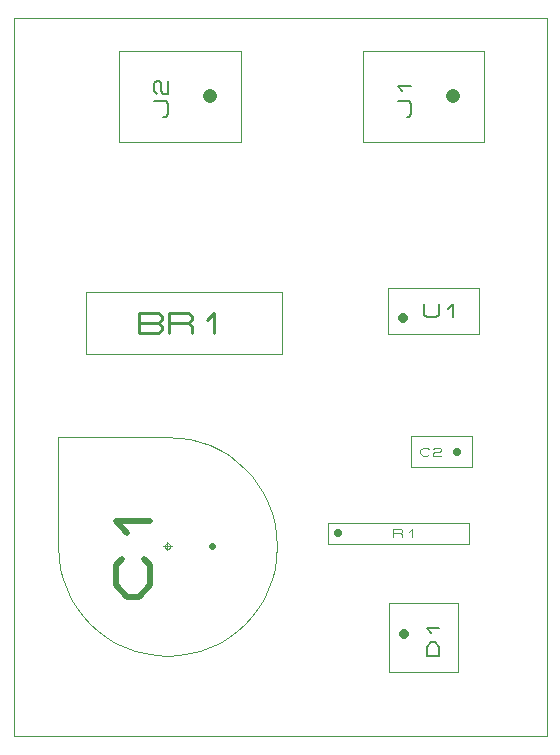
<source format=gbr>
G04 PROTEUS GERBER X2 FILE*
%TF.GenerationSoftware,Labcenter,Proteus,8.17-SP2-Build37159*%
%TF.CreationDate,2024-06-19T10:01:46+00:00*%
%TF.FileFunction,AssemblyDrawing,Top*%
%TF.FilePolarity,Positive*%
%TF.Part,Single*%
%TF.SameCoordinates,{53f4b883-0e9e-4027-bc31-63d81b4ca661}*%
%FSLAX45Y45*%
%MOMM*%
G01*
%TA.AperFunction,Profile*%
%ADD16C,0.101600*%
%TA.AperFunction,Material*%
%ADD18C,0.101600*%
%ADD25C,1.219200*%
%ADD26C,0.195070*%
%ADD27C,0.284480*%
%ADD28C,0.050000*%
%ADD29C,0.632000*%
%ADD72C,0.480710*%
%ADD73C,0.812800*%
%ADD30C,0.179490*%
%ADD31C,0.711200*%
%ADD32C,0.113450*%
%ADD33C,0.117340*%
%ADD34C,0.171190*%
%TD.AperFunction*%
D16*
X-8030000Y-2450000D02*
X-3520000Y-2450000D01*
X-3520000Y+3630000D01*
X-8030000Y+3630000D01*
X-8030000Y-2450000D01*
D18*
X-7137080Y+2583920D02*
X-6110920Y+2583920D01*
X-6110920Y+3356080D01*
X-7137080Y+3356080D01*
X-7137080Y+2583920D01*
D25*
X-6370000Y+2970000D02*
X-6370000Y+2970000D01*
D26*
X-6764512Y+2794436D02*
X-6745005Y+2794436D01*
X-6725498Y+2816381D01*
X-6725498Y+2904163D01*
X-6745005Y+2926109D01*
X-6842541Y+2926109D01*
X-6823034Y+2991945D02*
X-6842541Y+3013891D01*
X-6842541Y+3079727D01*
X-6823034Y+3101673D01*
X-6803527Y+3101673D01*
X-6784020Y+3079727D01*
X-6784020Y+3013891D01*
X-6764512Y+2991945D01*
X-6725498Y+2991945D01*
X-6725498Y+3101673D01*
D18*
X-7419080Y+790920D02*
X-5757920Y+790920D01*
X-5757920Y+1309080D01*
X-7419080Y+1309080D01*
X-7419080Y+790920D01*
D27*
X-6972548Y+964656D02*
X-6972548Y+1135344D01*
X-6812528Y+1135344D01*
X-6780524Y+1106896D01*
X-6780524Y+1078448D01*
X-6812528Y+1050000D01*
X-6780524Y+1021552D01*
X-6780524Y+993104D01*
X-6812528Y+964656D01*
X-6972548Y+964656D01*
X-6972548Y+1050000D02*
X-6812528Y+1050000D01*
X-6716516Y+964656D02*
X-6716516Y+1135344D01*
X-6556496Y+1135344D01*
X-6524492Y+1106896D01*
X-6524492Y+1078448D01*
X-6556496Y+1050000D01*
X-6716516Y+1050000D01*
X-6556496Y+1050000D02*
X-6524492Y+1021552D01*
X-6524492Y+964656D01*
X-6396476Y+1078448D02*
X-6332468Y+1135344D01*
X-6332468Y+964656D01*
D28*
X-6705000Y-840000D02*
X-6705086Y-837924D01*
X-6705788Y-833771D01*
X-6707258Y-829618D01*
X-6709660Y-825465D01*
X-6713333Y-821366D01*
X-6717486Y-818357D01*
X-6721639Y-816440D01*
X-6725792Y-815357D01*
X-6729945Y-815000D01*
X-6730000Y-815000D01*
X-6755000Y-840000D02*
X-6754914Y-837924D01*
X-6754212Y-833771D01*
X-6752742Y-829618D01*
X-6750340Y-825465D01*
X-6746667Y-821366D01*
X-6742514Y-818357D01*
X-6738361Y-816440D01*
X-6734208Y-815357D01*
X-6730055Y-815000D01*
X-6730000Y-815000D01*
X-6755000Y-840000D02*
X-6754914Y-842076D01*
X-6754212Y-846229D01*
X-6752742Y-850382D01*
X-6750340Y-854535D01*
X-6746667Y-858634D01*
X-6742514Y-861643D01*
X-6738361Y-863560D01*
X-6734208Y-864643D01*
X-6730055Y-865000D01*
X-6730000Y-865000D01*
X-6705000Y-840000D02*
X-6705086Y-842076D01*
X-6705788Y-846229D01*
X-6707258Y-850382D01*
X-6709660Y-854535D01*
X-6713333Y-858634D01*
X-6717486Y-861643D01*
X-6721639Y-863560D01*
X-6725792Y-864643D01*
X-6729945Y-865000D01*
X-6730000Y-865000D01*
X-6695000Y-840000D02*
X-6765000Y-840000D01*
X-6730000Y-805000D02*
X-6730000Y-875000D01*
X-7655000Y+85000D02*
X-7655000Y-840000D01*
X-7650328Y-936133D01*
X-7636595Y-1029133D01*
X-7614224Y-1118575D01*
X-7583638Y-1204038D01*
X-7545261Y-1285097D01*
X-7499516Y-1361329D01*
X-7446827Y-1432310D01*
X-7387617Y-1497617D01*
X-7322310Y-1556827D01*
X-7251329Y-1609516D01*
X-7175097Y-1655261D01*
X-7094038Y-1693638D01*
X-7008575Y-1724224D01*
X-6919133Y-1746595D01*
X-6826133Y-1760328D01*
X-6730000Y-1765000D01*
X-6633867Y-1760328D01*
X-6540867Y-1746595D01*
X-6451425Y-1724224D01*
X-6365962Y-1693638D01*
X-6284903Y-1655261D01*
X-6208671Y-1609516D01*
X-6137690Y-1556827D01*
X-6072383Y-1497617D01*
X-6013173Y-1432310D01*
X-5960484Y-1361329D01*
X-5914739Y-1285097D01*
X-5876362Y-1204038D01*
X-5845776Y-1118575D01*
X-5823405Y-1029133D01*
X-5809672Y-936133D01*
X-5805000Y-840000D01*
X-5809672Y-743867D01*
X-5823405Y-650867D01*
X-5845776Y-561425D01*
X-5876362Y-475962D01*
X-5914739Y-394903D01*
X-5960484Y-318671D01*
X-6013173Y-247690D01*
X-6072383Y-182383D01*
X-6137690Y-123173D01*
X-6208671Y-70484D01*
X-6284903Y-24739D01*
X-6365962Y+13638D01*
X-6451425Y+44224D01*
X-6540867Y+66595D01*
X-6633867Y+80328D01*
X-6730000Y+85000D01*
X-7655000Y+85000D01*
D29*
X-6355000Y-840000D02*
X-6355000Y-840000D01*
D72*
X-6925907Y-948161D02*
X-6877835Y-1002241D01*
X-6877835Y-1164482D01*
X-6973978Y-1272642D01*
X-7070121Y-1272642D01*
X-7166264Y-1164482D01*
X-7166264Y-1002241D01*
X-7118192Y-948161D01*
X-7070121Y-731840D02*
X-7166264Y-623679D01*
X-6877835Y-623679D01*
D18*
X-5077080Y+2583920D02*
X-4050920Y+2583920D01*
X-4050920Y+3356080D01*
X-5077080Y+3356080D01*
X-5077080Y+2583920D01*
D25*
X-4310000Y+2970000D02*
X-4310000Y+2970000D01*
D26*
X-4704512Y+2794436D02*
X-4685005Y+2794436D01*
X-4665498Y+2816381D01*
X-4665498Y+2904163D01*
X-4685005Y+2926109D01*
X-4782541Y+2926109D01*
X-4743527Y+3013891D02*
X-4782541Y+3057782D01*
X-4665498Y+3057782D01*
D18*
X-4866080Y+957920D02*
X-4093920Y+957920D01*
X-4093920Y+1349080D01*
X-4866080Y+1349080D01*
X-4866080Y+957920D01*
D73*
X-4734000Y+1090000D02*
X-4734000Y+1090000D01*
D30*
X-4555183Y+1207348D02*
X-4555183Y+1117601D01*
X-4534991Y+1099652D01*
X-4454219Y+1099652D01*
X-4434026Y+1117601D01*
X-4434026Y+1207348D01*
X-4353255Y+1171449D02*
X-4312869Y+1207348D01*
X-4312869Y+1099652D01*
D18*
X-4666080Y-172080D02*
X-4147920Y-172080D01*
X-4147920Y+92080D01*
X-4666080Y+92080D01*
X-4666080Y-172080D01*
D31*
X-4280000Y-40000D02*
X-4280000Y-40000D01*
D32*
X-4516347Y-62691D02*
X-4529111Y-74036D01*
X-4567401Y-74036D01*
X-4592927Y-51345D01*
X-4592927Y-28655D01*
X-4567401Y-5964D01*
X-4529111Y-5964D01*
X-4516347Y-17309D01*
X-4478057Y-17309D02*
X-4465294Y-5964D01*
X-4427004Y-5964D01*
X-4414240Y-17309D01*
X-4414240Y-28655D01*
X-4427004Y-40000D01*
X-4465294Y-40000D01*
X-4478057Y-51345D01*
X-4478057Y-74036D01*
X-4414240Y-74036D01*
D18*
X-5374900Y-818900D02*
X-4181100Y-818900D01*
X-4181100Y-641100D01*
X-5374900Y-641100D01*
X-5374900Y-818900D01*
D31*
X-5286000Y-730000D02*
X-5286000Y-730000D01*
D33*
X-4821382Y-765204D02*
X-4821382Y-694796D01*
X-4755375Y-694796D01*
X-4742173Y-706531D01*
X-4742173Y-718265D01*
X-4755375Y-730000D01*
X-4821382Y-730000D01*
X-4755375Y-730000D02*
X-4742173Y-741735D01*
X-4742173Y-765204D01*
X-4689367Y-718265D02*
X-4662964Y-694796D01*
X-4662964Y-765204D01*
D18*
X-4856080Y-1902580D02*
X-4274420Y-1902580D01*
X-4274420Y-1320920D01*
X-4856080Y-1320920D01*
X-4856080Y-1902580D01*
D73*
X-4724000Y-1580000D02*
X-4724000Y-1580000D01*
D34*
X-4427531Y-1765826D02*
X-4530248Y-1765826D01*
X-4530248Y-1688788D01*
X-4496009Y-1650269D01*
X-4461770Y-1650269D01*
X-4427531Y-1688788D01*
X-4427531Y-1765826D01*
X-4496009Y-1573231D02*
X-4530248Y-1534712D01*
X-4427531Y-1534712D01*
M02*

</source>
